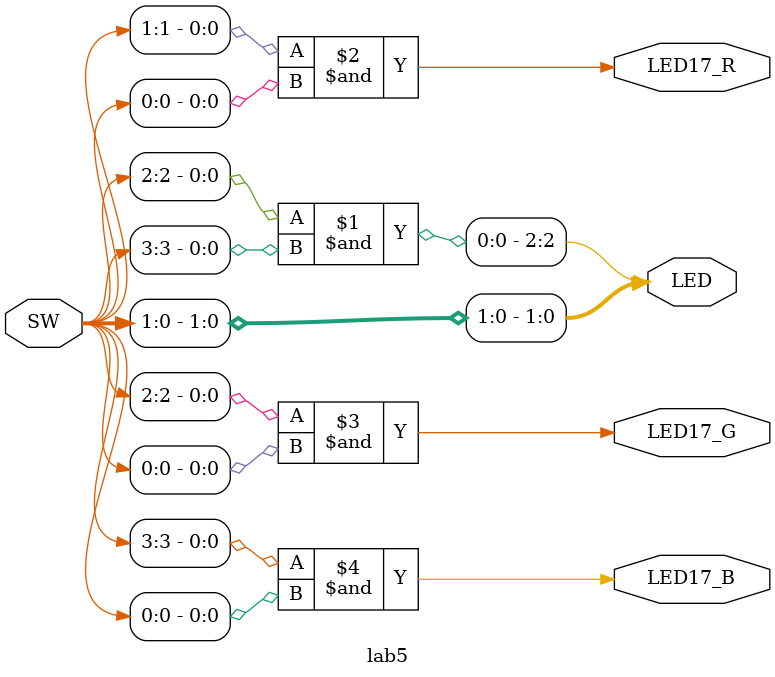
<source format=v>
`timescale 1ns / 1ps


module lab5(
    input [3:0] SW,
     output [2:0] LED, 
     output LED17_B, 
     output LED17_G, 
     output LED17_R
    );
    
    // Step 4, assign LEDs to switches
    assign LED[0] = SW[0];
    assign LED[1] = SW[1];
    assign LED[2] = SW[2] & SW[3];
    
    // Step 5/6 assign RGB LED to switches
    assign LED17_R = SW[1] & SW[0];
    assign LED17_G = SW[2] & SW[0];
    assign LED17_B = SW[3] & SW[0];

endmodule

</source>
